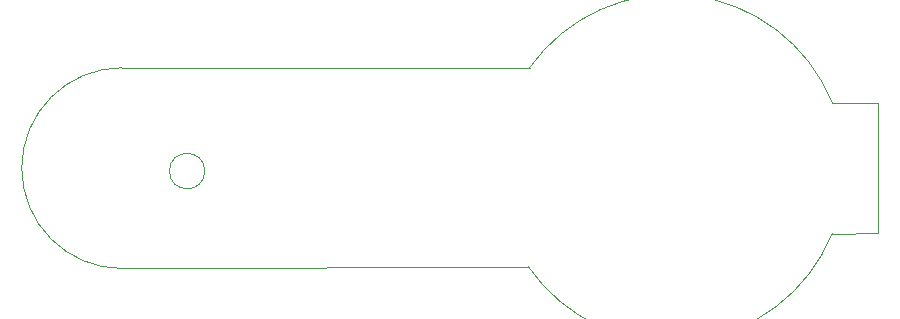
<source format=gm1>
%TF.GenerationSoftware,KiCad,Pcbnew,8.0.7*%
%TF.CreationDate,2024-12-27T18:42:03+05:30*%
%TF.ProjectId,Project 1 LED torch,50726f6a-6563-4742-9031-204c45442074,1*%
%TF.SameCoordinates,Original*%
%TF.FileFunction,Profile,NP*%
%FSLAX46Y46*%
G04 Gerber Fmt 4.6, Leading zero omitted, Abs format (unit mm)*
G04 Created by KiCad (PCBNEW 8.0.7) date 2024-12-27 18:42:03*
%MOMM*%
%LPD*%
G01*
G04 APERTURE LIST*
%TA.AperFunction,Profile*%
%ADD10C,0.050000*%
%TD*%
G04 APERTURE END LIST*
D10*
X116000000Y-106750000D02*
G75*
G02*
X113000000Y-106750000I-1500000J0D01*
G01*
X113000000Y-106750000D02*
G75*
G02*
X116000000Y-106750000I1500000J0D01*
G01*
X109000000Y-98000000D02*
X143500000Y-98000000D01*
X109000000Y-115000000D02*
G75*
G02*
X109000000Y-98000000I0J8500000D01*
G01*
X169118596Y-112048317D02*
G75*
G02*
X143394294Y-114848763I-13618596J5548317D01*
G01*
X143500000Y-98000000D02*
G75*
G02*
X169118597Y-100951683I12000000J-8500000D01*
G01*
X173000000Y-101000000D02*
X173000000Y-112000000D01*
X173000000Y-112000000D02*
X169118596Y-112048317D01*
X169118597Y-100951683D02*
X173000000Y-101000000D01*
X143394293Y-114848763D02*
X109000000Y-115000000D01*
M02*

</source>
